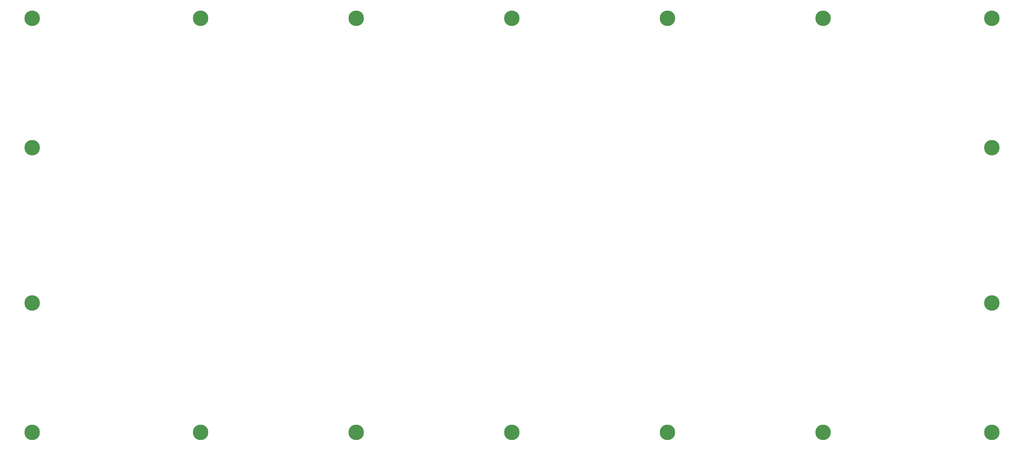
<source format=gbr>
%TF.GenerationSoftware,KiCad,Pcbnew,(5.1.12)-1*%
%TF.CreationDate,2021-12-12T18:13:40-05:00*%
%TF.ProjectId,asterisk60platetop,61737465-7269-4736-9b36-30706c617465,rev?*%
%TF.SameCoordinates,Original*%
%TF.FileFunction,Soldermask,Bot*%
%TF.FilePolarity,Negative*%
%FSLAX46Y46*%
G04 Gerber Fmt 4.6, Leading zero omitted, Abs format (unit mm)*
G04 Created by KiCad (PCBNEW (5.1.12)-1) date 2021-12-12 18:13:40*
%MOMM*%
%LPD*%
G01*
G04 APERTURE LIST*
%ADD10C,3.800000*%
G04 APERTURE END LIST*
D10*
%TO.C,REF\u002A\u002A*%
X257810000Y-54610000D03*
%TD*%
%TO.C,REF\u002A\u002A*%
X257810000Y-92710000D03*
%TD*%
%TO.C,REF\u002A\u002A*%
X64135000Y-124460000D03*
%TD*%
%TO.C,REF\u002A\u002A*%
X257810000Y-124460000D03*
%TD*%
%TO.C,REF\u002A\u002A*%
X216535000Y-124460000D03*
%TD*%
%TO.C,REF\u002A\u002A*%
X178435000Y-124460000D03*
%TD*%
%TO.C,REF\u002A\u002A*%
X102235000Y-124460000D03*
%TD*%
%TO.C,REF\u002A\u002A*%
X140335000Y-124460000D03*
%TD*%
%TO.C,REF\u002A\u002A*%
X22860000Y-124460000D03*
%TD*%
%TO.C,REF\u002A\u002A*%
X22860000Y-92710000D03*
%TD*%
%TO.C,REF\u002A\u002A*%
X22860000Y-54610000D03*
%TD*%
%TO.C,REF\u002A\u002A*%
X257810000Y-22860000D03*
%TD*%
%TO.C,REF\u002A\u002A*%
X216535000Y-22860000D03*
%TD*%
%TO.C,REF\u002A\u002A*%
X178435000Y-22860000D03*
%TD*%
%TO.C,REF\u002A\u002A*%
X140335000Y-22860000D03*
%TD*%
%TO.C,REF\u002A\u002A*%
X102235000Y-22860000D03*
%TD*%
%TO.C,REF\u002A\u002A*%
X22860000Y-22860000D03*
%TD*%
%TO.C,REF\u002A\u002A*%
X64135000Y-22860000D03*
%TD*%
M02*

</source>
